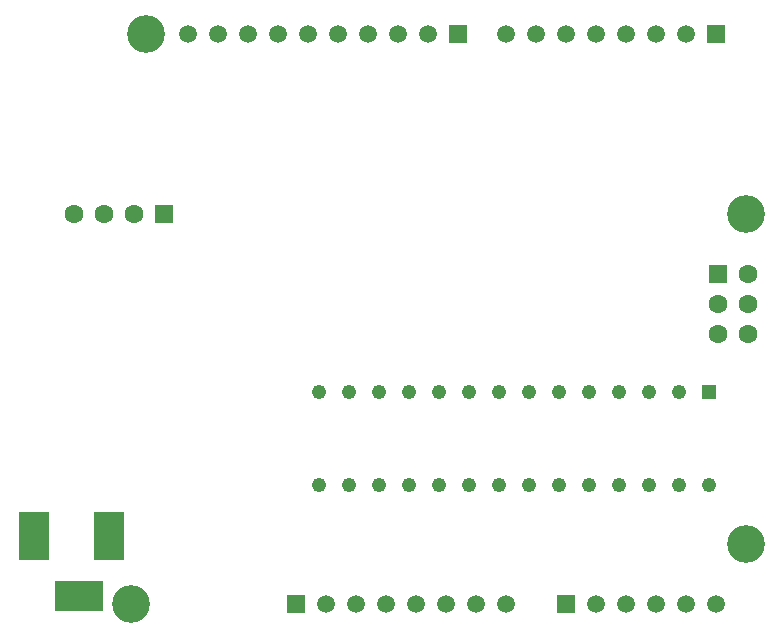
<source format=gbs>
G04*
G04 #@! TF.GenerationSoftware,Altium Limited,Altium Designer,21.3.2 (30)*
G04*
G04 Layer_Color=16711935*
%FSLAX24Y24*%
%MOIN*%
G70*
G04*
G04 #@! TF.SameCoordinates,BD5A3C24-ECAA-4070-AF75-8328BFFE722F*
G04*
G04*
G04 #@! TF.FilePolarity,Negative*
G04*
G01*
G75*
%ADD43C,0.0489*%
%ADD44R,0.0489X0.0489*%
%ADD45R,0.0630X0.0630*%
%ADD46C,0.0630*%
%ADD47R,0.0598X0.0598*%
%ADD48C,0.0598*%
%ADD49R,0.0630X0.0630*%
%ADD50R,0.1000X0.1600*%
%ADD51R,0.1600X0.1000*%
%ADD52C,0.1260*%
D43*
X75800Y43550D02*
D03*
X74800D02*
D03*
X73800D02*
D03*
X72800D02*
D03*
X71800D02*
D03*
X70800D02*
D03*
X69800D02*
D03*
X68800D02*
D03*
X67800D02*
D03*
X66800D02*
D03*
X65800D02*
D03*
X64800D02*
D03*
X63800D02*
D03*
X62800D02*
D03*
Y46650D02*
D03*
X63800D02*
D03*
X64800D02*
D03*
X65800D02*
D03*
X66800D02*
D03*
X67800D02*
D03*
X68800D02*
D03*
X69800D02*
D03*
X70800D02*
D03*
X71800D02*
D03*
X72800D02*
D03*
X73800D02*
D03*
X74800D02*
D03*
D44*
X75800D02*
D03*
D45*
X57620Y52600D02*
D03*
D46*
X56620D02*
D03*
X55620D02*
D03*
X54620D02*
D03*
X77100Y50600D02*
D03*
Y49600D02*
D03*
Y48600D02*
D03*
X76100Y49600D02*
D03*
Y48600D02*
D03*
D47*
X71050Y39600D02*
D03*
X62050D02*
D03*
X76050Y58600D02*
D03*
X67450D02*
D03*
D48*
X72050Y39600D02*
D03*
X73050D02*
D03*
X74050D02*
D03*
X75050D02*
D03*
X76050D02*
D03*
X69050D02*
D03*
X68050D02*
D03*
X67050D02*
D03*
X66050D02*
D03*
X65050D02*
D03*
X64050D02*
D03*
X63050D02*
D03*
X69050Y58600D02*
D03*
X70050D02*
D03*
X71050D02*
D03*
X72050D02*
D03*
X73050D02*
D03*
X74050D02*
D03*
X75050D02*
D03*
X65450D02*
D03*
X58450D02*
D03*
X59450D02*
D03*
X60450D02*
D03*
X61450D02*
D03*
X62450D02*
D03*
X63450D02*
D03*
X64450D02*
D03*
X66450D02*
D03*
D49*
X76100Y50600D02*
D03*
D50*
X55790Y41870D02*
D03*
X53290D02*
D03*
D51*
X54790Y39870D02*
D03*
D52*
X77050Y52600D02*
D03*
Y41600D02*
D03*
X56550Y39600D02*
D03*
X57050Y58600D02*
D03*
M02*

</source>
